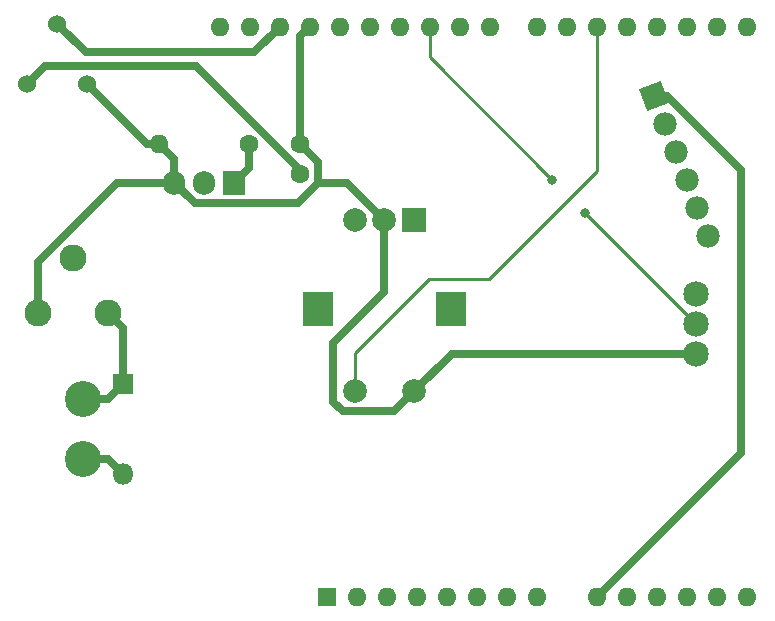
<source format=gbr>
%TF.GenerationSoftware,KiCad,Pcbnew,6.0.3-a3aad9c10e~116~ubuntu20.04.1*%
%TF.CreationDate,2022-03-20T15:10:45-04:00*%
%TF.ProjectId,Protogasm-Board-V2,50726f74-6f67-4617-936d-2d426f617264,rev?*%
%TF.SameCoordinates,PX68290a0PY76b1be0*%
%TF.FileFunction,Copper,L1,Top*%
%TF.FilePolarity,Positive*%
%FSLAX46Y46*%
G04 Gerber Fmt 4.6, Leading zero omitted, Abs format (unit mm)*
G04 Created by KiCad (PCBNEW 6.0.3-a3aad9c10e~116~ubuntu20.04.1) date 2022-03-20 15:10:45*
%MOMM*%
%LPD*%
G01*
G04 APERTURE LIST*
G04 Aperture macros list*
%AMRotRect*
0 Rectangle, with rotation*
0 The origin of the aperture is its center*
0 $1 length*
0 $2 width*
0 $3 Rotation angle, in degrees counterclockwise*
0 Add horizontal line*
21,1,$1,$2,0,0,$3*%
G04 Aperture macros list end*
%TA.AperFunction,ComponentPad*%
%ADD10C,3.048000*%
%TD*%
%TA.AperFunction,ComponentPad*%
%ADD11C,1.600000*%
%TD*%
%TA.AperFunction,ComponentPad*%
%ADD12O,1.600000X1.600000*%
%TD*%
%TA.AperFunction,ComponentPad*%
%ADD13R,2.000000X2.000000*%
%TD*%
%TA.AperFunction,ComponentPad*%
%ADD14C,2.000000*%
%TD*%
%TA.AperFunction,ComponentPad*%
%ADD15R,2.500000X3.000000*%
%TD*%
%TA.AperFunction,ComponentPad*%
%ADD16R,1.905000X2.000000*%
%TD*%
%TA.AperFunction,ComponentPad*%
%ADD17O,1.905000X2.000000*%
%TD*%
%TA.AperFunction,ComponentPad*%
%ADD18C,2.159000*%
%TD*%
%TA.AperFunction,ComponentPad*%
%ADD19R,1.800000X1.800000*%
%TD*%
%TA.AperFunction,ComponentPad*%
%ADD20O,1.800000X1.800000*%
%TD*%
%TA.AperFunction,ComponentPad*%
%ADD21C,1.524000*%
%TD*%
%TA.AperFunction,ComponentPad*%
%ADD22C,2.286000*%
%TD*%
%TA.AperFunction,ComponentPad*%
%ADD23R,1.600000X1.600000*%
%TD*%
%TA.AperFunction,ComponentPad*%
%ADD24RotRect,1.981200X1.981200X201.000000*%
%TD*%
%TA.AperFunction,ComponentPad*%
%ADD25C,1.981200*%
%TD*%
%TA.AperFunction,ViaPad*%
%ADD26C,0.812800*%
%TD*%
%TA.AperFunction,Conductor*%
%ADD27C,0.254000*%
%TD*%
%TA.AperFunction,Conductor*%
%ADD28C,0.635000*%
%TD*%
G04 APERTURE END LIST*
D10*
%TO.P,M1,1,+*%
%TO.N,+12V*%
X7256500Y19304000D03*
%TO.P,M1,2,-*%
%TO.N,/MOTOR-*%
X7256500Y14224000D03*
%TD*%
D11*
%TO.P,R1,1*%
%TO.N,/D9*%
X21336000Y40894000D03*
D12*
%TO.P,R1,2*%
%TO.N,GND*%
X13716000Y40894000D03*
%TD*%
D13*
%TO.P,SW1,A,A*%
%TO.N,/D2*%
X35266000Y34428000D03*
D14*
%TO.P,SW1,B,B*%
%TO.N,/D3*%
X30266000Y34428000D03*
%TO.P,SW1,C,C*%
%TO.N,GND*%
X32766000Y34428000D03*
D15*
%TO.P,SW1,MP*%
%TO.N,N/C*%
X38366000Y26928000D03*
X27166000Y26928000D03*
D14*
%TO.P,SW1,S1,S1*%
%TO.N,GND*%
X35266000Y19928000D03*
%TO.P,SW1,S2,S2*%
%TO.N,/D5*%
X30266000Y19928000D03*
%TD*%
D11*
%TO.P,C1,1*%
%TO.N,+5V*%
X25654000Y38354000D03*
%TO.P,C1,2*%
%TO.N,GND*%
X25654000Y40854000D03*
%TD*%
D16*
%TO.P,Q1,1,G*%
%TO.N,/D9*%
X20066000Y37592000D03*
D17*
%TO.P,Q1,2,D*%
%TO.N,/MOTOR-*%
X17526000Y37592000D03*
%TO.P,Q1,3,S*%
%TO.N,GND*%
X14986000Y37592000D03*
%TD*%
D18*
%TO.P,J1,1,+5V*%
%TO.N,+5V*%
X59182000Y28194000D03*
%TO.P,J1,2,Data_Input*%
%TO.N,/D10*%
X59182000Y25654000D03*
%TO.P,J1,3,GND*%
%TO.N,GND*%
X59182000Y23114000D03*
%TD*%
D19*
%TO.P,D1,1,K*%
%TO.N,+12V*%
X10668000Y20574000D03*
D20*
%TO.P,D1,2,A*%
%TO.N,/MOTOR-*%
X10668000Y12954000D03*
%TD*%
D21*
%TO.P,R2,1,1*%
%TO.N,+5V*%
X2540000Y45974000D03*
%TO.P,R2,2,2*%
%TO.N,/AREF*%
X5080000Y51054000D03*
%TO.P,R2,3,3*%
%TO.N,GND*%
X7620000Y45974000D03*
%TD*%
D22*
%TO.P,J2,1*%
%TO.N,+12V*%
X9398000Y26543000D03*
%TO.P,J2,2*%
%TO.N,GND*%
X3397999Y26543000D03*
%TO.P,J2,3*%
%TO.N,N/C*%
X6398000Y31243000D03*
%TD*%
D23*
%TO.P,U1,1,NC*%
%TO.N,unconnected-(U1-Pad1)*%
X27940000Y2540000D03*
D12*
%TO.P,U1,2,IOREF*%
%TO.N,unconnected-(U1-Pad2)*%
X30480000Y2540000D03*
%TO.P,U1,3,~{RESET}*%
%TO.N,unconnected-(U1-Pad3)*%
X33020000Y2540000D03*
%TO.P,U1,4,3V3*%
%TO.N,unconnected-(U1-Pad4)*%
X35560000Y2540000D03*
%TO.P,U1,5,+5V*%
%TO.N,+5V*%
X38100000Y2540000D03*
%TO.P,U1,6,GND*%
%TO.N,unconnected-(U1-Pad6)*%
X40640000Y2540000D03*
%TO.P,U1,7,GND*%
%TO.N,unconnected-(U1-Pad7)*%
X43180000Y2540000D03*
%TO.P,U1,8,VIN*%
%TO.N,unconnected-(U1-Pad8)*%
X45720000Y2540000D03*
%TO.P,U1,9,A0*%
%TO.N,/A0*%
X50800000Y2540000D03*
%TO.P,U1,10,A1*%
%TO.N,unconnected-(U1-Pad10)*%
X53340000Y2540000D03*
%TO.P,U1,11,A2*%
%TO.N,unconnected-(U1-Pad11)*%
X55880000Y2540000D03*
%TO.P,U1,12,A3*%
%TO.N,unconnected-(U1-Pad12)*%
X58420000Y2540000D03*
%TO.P,U1,13,SDA/A4*%
%TO.N,unconnected-(U1-Pad13)*%
X60960000Y2540000D03*
%TO.P,U1,14,SCL/A5*%
%TO.N,unconnected-(U1-Pad14)*%
X63500000Y2540000D03*
%TO.P,U1,15,D0/RX*%
%TO.N,unconnected-(U1-Pad15)*%
X63500000Y50800000D03*
%TO.P,U1,16,D1/TX*%
%TO.N,unconnected-(U1-Pad16)*%
X60960000Y50800000D03*
%TO.P,U1,17,D2*%
%TO.N,/D2*%
X58420000Y50800000D03*
%TO.P,U1,18,D3*%
%TO.N,/D3*%
X55880000Y50800000D03*
%TO.P,U1,19,D4*%
%TO.N,unconnected-(U1-Pad19)*%
X53340000Y50800000D03*
%TO.P,U1,20,D5*%
%TO.N,/D5*%
X50800000Y50800000D03*
%TO.P,U1,21,D6*%
%TO.N,unconnected-(U1-Pad21)*%
X48260000Y50800000D03*
%TO.P,U1,22,D7*%
%TO.N,unconnected-(U1-Pad22)*%
X45720000Y50800000D03*
%TO.P,U1,23,D8*%
%TO.N,unconnected-(U1-Pad23)*%
X41660000Y50800000D03*
%TO.P,U1,24,D9*%
%TO.N,/D9*%
X39120000Y50800000D03*
%TO.P,U1,25,D10*%
%TO.N,/D10*%
X36580000Y50800000D03*
%TO.P,U1,26,D11*%
%TO.N,unconnected-(U1-Pad26)*%
X34040000Y50800000D03*
%TO.P,U1,27,D12*%
%TO.N,unconnected-(U1-Pad27)*%
X31500000Y50800000D03*
%TO.P,U1,28,D13*%
%TO.N,unconnected-(U1-Pad28)*%
X28960000Y50800000D03*
%TO.P,U1,29,GND*%
%TO.N,GND*%
X26420000Y50800000D03*
%TO.P,U1,30,AREF*%
%TO.N,/AREF*%
X23880000Y50800000D03*
%TO.P,U1,31,SDA/A4*%
%TO.N,unconnected-(U1-Pad31)*%
X21340000Y50800000D03*
%TO.P,U1,32,SCL/A5*%
%TO.N,unconnected-(U1-Pad32)*%
X18800000Y50800000D03*
%TD*%
D24*
%TO.P,U2,1,Vout*%
%TO.N,/A0*%
X55626000Y44958000D03*
D25*
%TO.P,U2,2,GND*%
%TO.N,GND*%
X56536255Y42586706D03*
%TO.P,U2,3,VCC*%
%TO.N,+5V*%
X57446509Y40215411D03*
%TO.P,U2,4,V1*%
%TO.N,unconnected-(U2-Pad4)*%
X58356764Y37844117D03*
%TO.P,U2,5,V2*%
%TO.N,unconnected-(U2-Pad5)*%
X59267018Y35472823D03*
%TO.P,U2,6,V_Ex*%
%TO.N,unconnected-(U2-Pad6)*%
X60177273Y33101529D03*
%TD*%
D26*
%TO.N,/D10*%
X46990000Y37846000D03*
X49784000Y35052000D03*
%TD*%
D27*
%TO.N,/D5*%
X30266000Y23154000D02*
X36576000Y29464000D01*
X30266000Y19928000D02*
X30266000Y23154000D01*
X36576000Y29464000D02*
X41656000Y29464000D01*
X41656000Y29464000D02*
X50800000Y38608000D01*
X50800000Y38608000D02*
X50800000Y50800000D01*
%TO.N,/D10*%
X46990000Y37846000D02*
X36580000Y48256000D01*
X49784000Y35052000D02*
X59182000Y25654000D01*
D28*
%TO.N,GND*%
X35266000Y19928000D02*
X33567989Y18229989D01*
X33567989Y18229989D02*
X29268011Y18229989D01*
X29268011Y18229989D02*
X28448000Y19050000D01*
X28448000Y19050000D02*
X28448000Y24063978D01*
X28448000Y24063978D02*
X32766000Y28381978D01*
X32766000Y28381978D02*
X32766000Y34428000D01*
%TO.N,/A0*%
X50800000Y2540000D02*
X62992000Y14732000D01*
X62992000Y14732000D02*
X62992000Y38653076D01*
X62992000Y38653076D02*
X56687076Y44958000D01*
X56687076Y44958000D02*
X55626000Y44958000D01*
D27*
%TO.N,/D10*%
X36580000Y48256000D02*
X36580000Y50800000D01*
D28*
%TO.N,GND*%
X59182000Y23114000D02*
X38452000Y23114000D01*
X38452000Y23114000D02*
X35266000Y19928000D01*
X14986000Y37592000D02*
X14986000Y39624000D01*
X14986000Y39624000D02*
X13716000Y40894000D01*
X3397999Y26543000D02*
X3397999Y30846583D01*
X3397999Y30846583D02*
X10143416Y37592000D01*
X10143416Y37592000D02*
X14986000Y37592000D01*
%TO.N,+12V*%
X10668000Y20574000D02*
X10668000Y25273000D01*
X10668000Y25273000D02*
X9398000Y26543000D01*
X6858000Y19304000D02*
X9398000Y19304000D01*
X9398000Y19304000D02*
X10668000Y20574000D01*
%TO.N,/MOTOR-*%
X6858000Y14224000D02*
X9398000Y14224000D01*
X9398000Y14224000D02*
X10668000Y12954000D01*
%TO.N,GND*%
X27152011Y37566011D02*
X29627989Y37566011D01*
X29627989Y37566011D02*
X32766000Y34428000D01*
%TO.N,+5V*%
X25654000Y38354000D02*
X25654000Y38694509D01*
X25654000Y38694509D02*
X16850509Y47498000D01*
X16850509Y47498000D02*
X4064000Y47498000D01*
X4064000Y47498000D02*
X2540000Y45974000D01*
%TO.N,GND*%
X25654000Y40854000D02*
X27152011Y39355989D01*
X27152011Y37566011D02*
X25479980Y35893980D01*
X27152011Y39355989D02*
X27152011Y37566011D01*
X25479980Y35893980D02*
X16684020Y35893980D01*
X16684020Y35893980D02*
X14986000Y37592000D01*
%TO.N,/D9*%
X21336000Y40894000D02*
X21336000Y38862000D01*
X21336000Y38862000D02*
X20066000Y37592000D01*
%TO.N,GND*%
X7620000Y45974000D02*
X12700000Y40894000D01*
X12700000Y40894000D02*
X13716000Y40894000D01*
%TO.N,/AREF*%
X5080000Y51054000D02*
X7501021Y48632979D01*
X7501021Y48632979D02*
X21712979Y48632979D01*
X21712979Y48632979D02*
X23880000Y50800000D01*
%TO.N,GND*%
X25654000Y40854000D02*
X25654000Y50034000D01*
X25654000Y50034000D02*
X26420000Y50800000D01*
%TD*%
M02*

</source>
